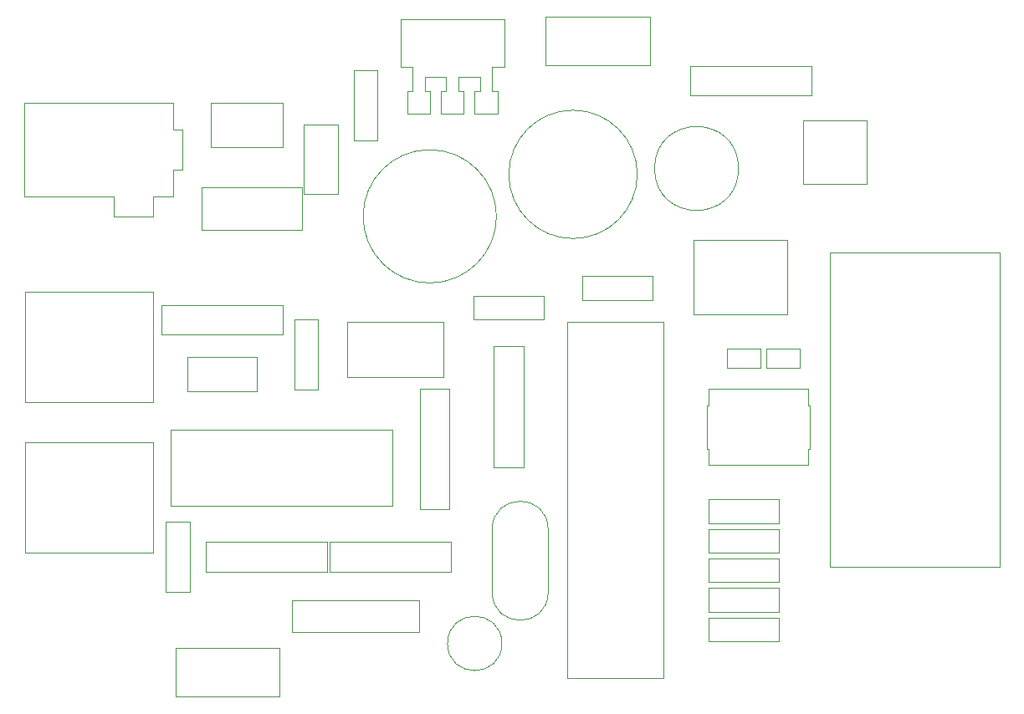
<source format=gbr>
%TF.GenerationSoftware,KiCad,Pcbnew,9.0.4*%
%TF.CreationDate,2025-09-02T22:33:32-03:00*%
%TF.ProjectId,sillion,73696c6c-696f-46e2-9e6b-696361645f70,rev?*%
%TF.SameCoordinates,Original*%
%TF.FileFunction,Other,User*%
%FSLAX46Y46*%
G04 Gerber Fmt 4.6, Leading zero omitted, Abs format (unit mm)*
G04 Created by KiCad (PCBNEW 9.0.4) date 2025-09-02 22:33:32*
%MOMM*%
%LPD*%
G01*
G04 APERTURE LIST*
%ADD10C,0.050000*%
G04 APERTURE END LIST*
D10*
%TO.C,J2*%
X161526400Y-75250800D02*
X178686400Y-75250800D01*
X178686400Y-75250800D02*
X178686400Y-43390800D01*
X161526400Y-43390800D02*
X161526400Y-75250800D01*
X178686400Y-43390800D02*
X161526400Y-43390800D01*
%TO.C,D3*%
X158790000Y-36480000D02*
X165210000Y-36480000D01*
X165210000Y-36480000D02*
X165210000Y-30050000D01*
X158790000Y-30050000D02*
X158790000Y-36480000D01*
X165210000Y-30050000D02*
X158790000Y-30050000D01*
%TO.C,C5*%
X149191200Y-80402000D02*
X156291200Y-80402000D01*
X156291200Y-82802000D01*
X149191200Y-82802000D01*
X149191200Y-80402000D01*
%TO.C,C1*%
X149191200Y-74402000D02*
X156291200Y-74402000D01*
X156291200Y-76802000D01*
X149191200Y-76802000D01*
X149191200Y-74402000D01*
%TO.C,C4*%
X149191200Y-77402000D02*
X156291200Y-77402000D01*
X156291200Y-79802000D01*
X149191200Y-79802000D01*
X149191200Y-77402000D01*
%TO.C,C2*%
X156291200Y-70802000D02*
X149191200Y-70802000D01*
X149191200Y-68402000D01*
X156291200Y-68402000D01*
X156291200Y-70802000D01*
%TO.C,C11*%
X158441200Y-55082000D02*
X155041200Y-55082000D01*
X158441200Y-53122000D02*
X158441200Y-55082000D01*
X155041200Y-55082000D02*
X155041200Y-53122000D01*
X155041200Y-53122000D02*
X158441200Y-53122000D01*
%TO.C,C10*%
X154491200Y-55082000D02*
X151091200Y-55082000D01*
X154491200Y-53122000D02*
X154491200Y-55082000D01*
X151091200Y-55082000D02*
X151091200Y-53122000D01*
X151091200Y-53122000D02*
X154491200Y-53122000D01*
%TO.C,U3*%
X159261200Y-57252000D02*
X159261200Y-58902000D01*
X149221200Y-57252000D02*
X159261200Y-57252000D01*
X159441200Y-58902000D02*
X159441200Y-63302000D01*
X159261200Y-58902000D02*
X159441200Y-58902000D01*
X149221200Y-58902000D02*
X149221200Y-57252000D01*
X149041200Y-58902000D02*
X149221200Y-58902000D01*
X159441200Y-63302000D02*
X159261200Y-63302000D01*
X159261200Y-63302000D02*
X159261200Y-64952000D01*
X149221200Y-63302000D02*
X149041200Y-63302000D01*
X149041200Y-63302000D02*
X149041200Y-58902000D01*
X159261200Y-64952000D02*
X149221200Y-64952000D01*
X149221200Y-64952000D02*
X149221200Y-63302000D01*
%TO.C,SW1*%
X147700800Y-42173200D02*
X147700800Y-42423200D01*
X147700800Y-49423200D02*
X147700800Y-42423200D01*
X147700800Y-49673200D02*
X147700800Y-49423200D01*
X147950800Y-42173200D02*
X147700800Y-42173200D01*
X147950800Y-42173200D02*
X156950800Y-42173200D01*
X147950800Y-49673200D02*
X147700800Y-49673200D01*
X156950800Y-49673200D02*
X147950800Y-49673200D01*
X157200800Y-42173200D02*
X156950800Y-42173200D01*
X157200800Y-42423200D02*
X157200800Y-42173200D01*
X157200800Y-42423200D02*
X157200800Y-49423200D01*
X157200800Y-49423200D02*
X157200800Y-49673200D01*
X157200800Y-49673200D02*
X156950800Y-49673200D01*
%TO.C,C6*%
X113300000Y-32050000D02*
X115700000Y-32050000D01*
X115700000Y-24950000D01*
X113300000Y-24950000D01*
X113300000Y-32050000D01*
%TO.C,U2*%
X128550000Y-24650000D02*
X127330000Y-24650000D01*
X128550000Y-19750000D02*
X128550000Y-24650000D01*
X127850000Y-29350000D02*
X125540000Y-29350000D01*
X127850000Y-27050000D02*
X127850000Y-29350000D01*
X127330000Y-27050000D02*
X127850000Y-27050000D01*
X127330000Y-24650000D02*
X127330000Y-27050000D01*
X126070000Y-27050000D02*
X126070000Y-25650000D01*
X126070000Y-25650000D02*
X123930000Y-25650000D01*
X125540000Y-29350000D02*
X125540000Y-27050000D01*
X125540000Y-27050000D02*
X126070000Y-27050000D01*
X124450000Y-29350000D02*
X122150000Y-29350000D01*
X124450000Y-27050000D02*
X124450000Y-29350000D01*
X123930000Y-27050000D02*
X124450000Y-27050000D01*
X123930000Y-25650000D02*
X123930000Y-27050000D01*
X122670000Y-27050000D02*
X122670000Y-25650000D01*
X122670000Y-25650000D02*
X120530000Y-25650000D01*
X122150000Y-29350000D02*
X122150000Y-27050000D01*
X122150000Y-27050000D02*
X122670000Y-27050000D01*
X121050000Y-29350000D02*
X118750000Y-29350000D01*
X121050000Y-27050000D02*
X121050000Y-29350000D01*
X120530000Y-27050000D02*
X121050000Y-27050000D01*
X120530000Y-25650000D02*
X120530000Y-27050000D01*
X119270000Y-27050000D02*
X119270000Y-24650000D01*
X119270000Y-24650000D02*
X118050000Y-24650000D01*
X118750000Y-29350000D02*
X118750000Y-27050000D01*
X118750000Y-27050000D02*
X119270000Y-27050000D01*
X118050000Y-24650000D02*
X118050000Y-19750000D01*
X118050000Y-19750000D02*
X128550000Y-19750000D01*
%TO.C,D1*%
X132750000Y-19550000D02*
X143250000Y-19550000D01*
X143250000Y-24450000D01*
X132750000Y-24450000D01*
X132750000Y-19550000D01*
%TO.C,C14*%
X128294888Y-83000000D02*
G75*
G02*
X122794888Y-83000000I-2750000J0D01*
G01*
X122794888Y-83000000D02*
G75*
G02*
X128294888Y-83000000I2750000J0D01*
G01*
%TO.C,Q1*%
X105790000Y-88400000D02*
X95290000Y-88400000D01*
X95290000Y-83500000D01*
X105790000Y-83500000D01*
X105790000Y-88400000D01*
%TO.C,D2*%
X98850000Y-28250000D02*
X106150000Y-28250000D01*
X98850000Y-32750000D02*
X98850000Y-28250000D01*
X106150000Y-28250000D02*
X106150000Y-32750000D01*
X106150000Y-32750000D02*
X98850000Y-32750000D01*
%TO.C,R6*%
X123000000Y-57185000D02*
X120000000Y-57185000D01*
X120000000Y-69445000D01*
X123000000Y-69445000D01*
X123000000Y-57185000D01*
%TO.C,Y1*%
X127319600Y-77826800D02*
X127319600Y-71426800D01*
X132979600Y-71426800D02*
X132979600Y-77826800D01*
X132979600Y-77826800D02*
G75*
G02*
X127319600Y-77826800I-2830000J0D01*
G01*
X127319600Y-71426800D02*
G75*
G02*
X132979600Y-71426800I2830000J0D01*
G01*
%TO.C,U4*%
X112635000Y-50440000D02*
X122365000Y-50440000D01*
X122365000Y-56030000D01*
X112635000Y-56030000D01*
X112635000Y-50440000D01*
%TO.C,R8*%
X110630000Y-75735000D02*
X98370000Y-75735000D01*
X98370000Y-72735000D01*
X110630000Y-72735000D01*
X110630000Y-75735000D01*
%TO.C,R7*%
X110870000Y-72735000D02*
X123130000Y-72735000D01*
X123130000Y-75735000D01*
X110870000Y-75735000D01*
X110870000Y-72735000D01*
%TO.C,R5*%
X93870000Y-48735000D02*
X106130000Y-48735000D01*
X106130000Y-51735000D01*
X93870000Y-51735000D01*
X93870000Y-48735000D01*
%TO.C,R2*%
X147370000Y-24500000D02*
X159630000Y-24500000D01*
X159630000Y-27500000D01*
X147370000Y-27500000D01*
X147370000Y-24500000D01*
%TO.C,R1*%
X130500000Y-52870000D02*
X127500000Y-52870000D01*
X127500000Y-65130000D01*
X130500000Y-65130000D01*
X130500000Y-52870000D01*
%TO.C,L1*%
X142000000Y-35500000D02*
G75*
G02*
X129000000Y-35500000I-6500000J0D01*
G01*
X129000000Y-35500000D02*
G75*
G02*
X142000000Y-35500000I6500000J0D01*
G01*
%TO.C,J4*%
X92970000Y-62640000D02*
X80030000Y-62640000D01*
X92970000Y-62640000D02*
X92970000Y-73830000D01*
X80030000Y-73830000D02*
X80030000Y-62640000D01*
X80030000Y-73830000D02*
X92970000Y-73830000D01*
%TO.C,J3*%
X92970000Y-47405000D02*
X80030000Y-47405000D01*
X92970000Y-47405000D02*
X92970000Y-58595000D01*
X80030000Y-58595000D02*
X80030000Y-47405000D01*
X80030000Y-58595000D02*
X92970000Y-58595000D01*
%TO.C,J1*%
X80000000Y-37750000D02*
X80000000Y-28250000D01*
X89000000Y-37750000D02*
X80000000Y-37750000D01*
X89000000Y-39750000D02*
X89000000Y-37750000D01*
X93000000Y-37750000D02*
X93000000Y-39750000D01*
X93000000Y-39750000D02*
X89000000Y-39750000D01*
X95000000Y-28250000D02*
X80000000Y-28250000D01*
X95000000Y-28500000D02*
X95000000Y-28250000D01*
X95000000Y-28500000D02*
X95000000Y-31000000D01*
X95000000Y-31000000D02*
X96000000Y-31000000D01*
X95000000Y-35000000D02*
X95000000Y-37750000D01*
X95000000Y-37750000D02*
X93000000Y-37750000D01*
X96000000Y-31000000D02*
X96000000Y-35000000D01*
X96000000Y-35000000D02*
X95000000Y-35000000D01*
%TO.C,F1*%
X117220000Y-69085000D02*
X117220000Y-61385000D01*
X117220000Y-69085000D02*
X94780000Y-69085000D01*
X94780000Y-61385000D02*
X117220000Y-61385000D01*
X94780000Y-61385000D02*
X94780000Y-69085000D01*
%TO.C,D6*%
X103500000Y-57485000D02*
X96500000Y-57485000D01*
X103500000Y-53985000D02*
X103500000Y-57485000D01*
X96500000Y-57485000D02*
X96500000Y-53985000D01*
X96500000Y-53985000D02*
X103500000Y-53985000D01*
%TO.C,D5*%
X119930000Y-81835000D02*
X107070000Y-81835000D01*
X107070000Y-78635000D01*
X119930000Y-78635000D01*
X119930000Y-81835000D01*
%TO.C,D4*%
X111750000Y-30500000D02*
X111750000Y-37500000D01*
X108250000Y-30500000D02*
X111750000Y-30500000D01*
X111750000Y-37500000D02*
X108250000Y-37500000D01*
X108250000Y-37500000D02*
X108250000Y-30500000D01*
%TO.C,C15*%
X109700000Y-50185000D02*
X107300000Y-50185000D01*
X107300000Y-57285000D01*
X109700000Y-57285000D01*
X109700000Y-50185000D01*
%TO.C,C13*%
X96700000Y-70685000D02*
X94300000Y-70685000D01*
X94300000Y-77785000D01*
X96700000Y-77785000D01*
X96700000Y-70685000D01*
%TO.C,C12*%
X132550000Y-50200000D02*
X125450000Y-50200000D01*
X125450000Y-47800000D01*
X132550000Y-47800000D01*
X132550000Y-50200000D01*
%TO.C,C9*%
X136450000Y-45800000D02*
X143550000Y-45800000D01*
X143550000Y-48200000D01*
X136450000Y-48200000D01*
X136450000Y-45800000D01*
%TO.C,C7*%
X152250000Y-34902651D02*
G75*
G02*
X143750000Y-34902651I-4250000J0D01*
G01*
X143750000Y-34902651D02*
G75*
G02*
X152250000Y-34902651I4250000J0D01*
G01*
%TO.C,C8*%
X127750000Y-39750000D02*
G75*
G02*
X114250000Y-39750000I-6750000J0D01*
G01*
X114250000Y-39750000D02*
G75*
G02*
X127750000Y-39750000I6750000J0D01*
G01*
%TO.C,TH1*%
X97950000Y-36850000D02*
X97950000Y-41150000D01*
X97950000Y-36850000D02*
X108050000Y-36850000D01*
X97950000Y-41150000D02*
X108050000Y-41150000D01*
X108050000Y-36850000D02*
X108050000Y-41150000D01*
%TO.C,U1*%
X134940000Y-50430000D02*
X144670000Y-50430000D01*
X144670000Y-86510000D01*
X134940000Y-86510000D01*
X134940000Y-50430000D01*
%TO.C,C3*%
X149191200Y-71402000D02*
X156291200Y-71402000D01*
X156291200Y-73802000D01*
X149191200Y-73802000D01*
X149191200Y-71402000D01*
%TD*%
M02*

</source>
